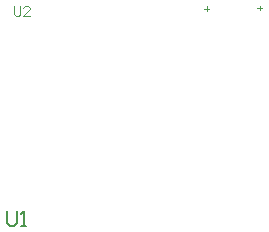
<source format=gm1>
G04*
G04 #@! TF.GenerationSoftware,Altium Limited,Altium Designer,19.1.7 (138)*
G04*
G04 Layer_Color=16711935*
%FSLAX25Y25*%
%MOIN*%
G70*
G01*
G75*
%ADD48C,0.00394*%
%ADD49C,0.00591*%
D48*
X173229Y126023D02*
Y127598D01*
X172442Y126810D02*
X174016D01*
X155629Y125823D02*
Y127398D01*
X154842Y126610D02*
X156416D01*
X91329Y127449D02*
Y124825D01*
X91854Y124300D01*
X92903D01*
X93428Y124825D01*
Y127449D01*
X96577Y124300D02*
X94478D01*
X96577Y126399D01*
Y126924D01*
X96052Y127449D01*
X95003D01*
X94478Y126924D01*
D49*
X89116Y59018D02*
Y55082D01*
X89903Y54295D01*
X91477D01*
X92265Y55082D01*
Y59018D01*
X93839Y54295D02*
X95413D01*
X94626D01*
Y59018D01*
X93839Y58231D01*
M02*

</source>
